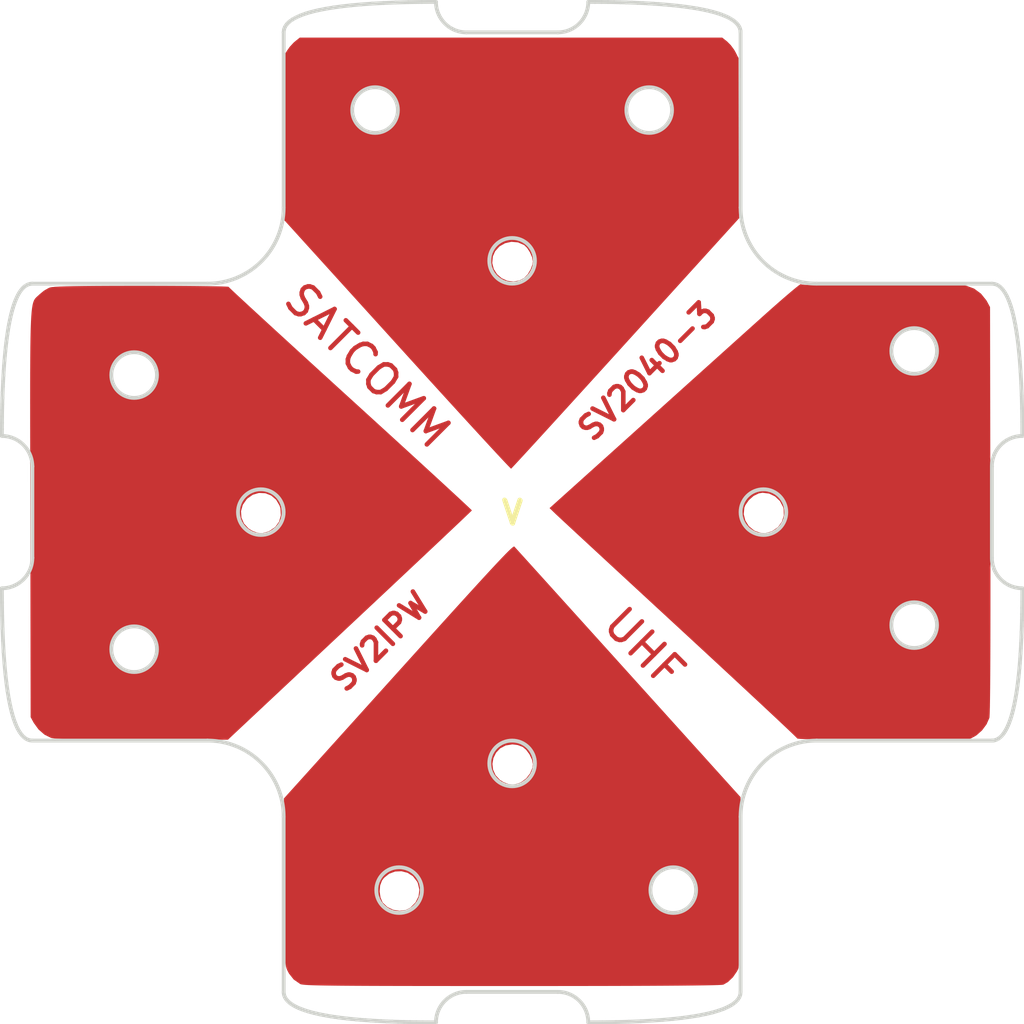
<source format=kicad_pcb>
(kicad_pcb (version 20240108) (generator "pcbnew") (generator_version "8.0")
  (layers (0 "F.Cu" signal) (31 "B.Cu" signal) (34 "B.Paste" user) (35 "F.Paste" user) (36 "B.SilkS" user "B.Silkscreen") (37 "F.SilkS" user "F.Silkscreen") (38 "B.Mask" user) (39 "F.Mask" user) (44 "Edge.Cuts" user))
  (net 0 "")
  (footprint "VeisLibrary:veisNew" (layer "F.Cu") (at 155.491254 91.069094)
    (property "Reference" "V" (at 0.2 0.1 0) (layer "F.SilkS") (effects (font (size 1.5 1.5) (thickness 0.3))))
    (property "Value" "LOGO" (hide yes))
    (fp_poly (pts (xy 14.279641 -30.856676) (xy 14.513817 -30.621638) (xy 14.735467 -30.321201) (xy 14.816666 -30.179342) (xy 15.028333 -29.760333) (xy 15.048627 -24.511) (xy 15.068922 -19.261667) (xy 7.618941 -11.049) (xy 6.706986 -10.044134) (xy 5.825899 -9.074156) (xy 4.982417 -8.146442) (xy 4.18328 -7.268367) (xy 3.435227 -6.447306) (xy 2.744997 -5.690635) (xy 2.119329 -5.005729) (xy 1.564961 -4.399963) (xy 1.088634 -3.880713) (xy 0.697086 -3.455355) (xy 0.397055 -3.131263) (xy 0.195282 -2.915813) (xy 0.098506 -2.81638) (xy 0.091069 -2.810308) (xy 0.025763 -2.868678) (xy -0.146355 -3.045366) (xy -0.418562 -3.333056) (xy -0.784138 -3.724432) (xy -1.23636 -4.212177) (xy -1.768506 -4.788977) (xy -2.373855 -5.447514) (xy -3.045684 -6.180474) (xy -3.777271 -6.980539) (xy -4.561895 -7.840394) (xy -5.392834 -8.752723) (xy -6.263366 -9.71021) (xy -7.166769 -10.705538) (xy -7.447626 -11.015311) (xy -12.250343 -16.313841) (xy -1.145998 -16.313841) (xy -1.045922 -15.918222) (xy -0.831127 -15.580446) (xy -0.528252 -15.318836) (xy -0.163938 -15.151715) (xy 0.235173 -15.097408) (xy 0.642442 -15.174238) (xy 0.948409 -15.336826) (xy 1.176837 -15.571649) (xy 1.373178 -15.897055) (xy 1.497993 -16.238603) (xy 1.52214 -16.419769) (xy 1.468135 -16.699307) (xy 1.327265 -17.020124) (xy 1.137612 -17.310625) (xy 0.9533 -17.489225) (xy 0.541325 -17.669484) (xy 0.109581 -17.706783) (xy -0.307284 -17.613585) (xy -0.674624 -17.402352) (xy -0.95779 -17.085547) (xy -1.104712 -16.748978) (xy -1.145998 -16.313841) (xy -12.250343 -16.313841) (xy -14.908432 -19.246341) (xy -14.883716 -24.54567) (xy -14.876456 -26.102298) (xy -10.300002 -26.102298) (xy -10.192162 -25.704736) (xy -9.965469 -25.346618) (xy -9.613705 -25.05509) (xy -9.446989 -24.96789) (xy -8.979186 -24.828031) (xy -8.526111 -24.850508) (xy -8.153535 -24.984799) (xy -7.784591 -25.248261) (xy -7.566701 -25.538074) (xy -7.381459 -25.998363) (xy -7.358666 -26.293167) (xy 7.704666 -26.293167) (xy 7.762037 -25.851689) (xy 7.948949 -25.477513) (xy 8.183941 -25.214355) (xy 8.493154 -24.975082) (xy 8.817742 -24.855117) (xy 9.221772 -24.832621) (xy 9.292999 -24.836292) (xy 9.644068 -24.889674) (xy 9.924777 -25.021247) (xy 10.054999 -25.116722) (xy 10.406655 -25.492885) (xy 10.61262 -25.928465) (xy 10.666505 -26.396402) (xy 10.561927 -26.869635) (xy 10.500583 -27.00491) (xy 10.223752 -27.391887) (xy 9.87514 -27.648358) (xy 9.481905 -27.781237) (xy 9.071207 -27.797437) (xy 8.670207 -27.703872) (xy 8.306064 -27.507457) (xy 8.005937 -27.215105) (xy 7.796987 -26.83373) (xy 7.706373 -26.370246) (xy 7.704666 -26.293167) (xy -7.358666 -26.293167) (xy -7.345991 -26.457113) (xy -7.445727 -26.887638) (xy -7.666098 -27.263254) (xy -7.992535 -27.557277) (xy -8.410468 -27.743022) (xy -8.799324 -27.795705) (xy -9.274029 -27.731586) (xy -9.667188 -27.544024) (xy -9.972582 -27.260166) (xy -10.183994 -26.907161) (xy -10.295207 -26.512155) (xy -10.300002 -26.102298) (xy -14.876456 -26.102298) (xy -14.859 -29.845) (xy -14.647334 -30.218432) (xy -14.444597 -30.507857) (xy -14.192659 -30.781528) (xy -14.110308 -30.853432) (xy -13.784949 -31.115) (xy 0.084666 -31.115) (xy 13.954282 -31.115)) (fill solid) (layer "F.Cu"))
    (fp_poly (pts (xy 19.112324 -14.926026) (xy 19.165205 -14.905095) (xy 19.314322 -14.888088) (xy 19.568312 -14.874923) (xy 19.935806 -14.865519) (xy 20.425441 -14.859795) (xy 21.04585 -14.857669) (xy 21.805668 -14.85906) (xy 22.713528 -14.863888) (xy 23.778065 -14.87207) (xy 24.325509 -14.876964) (xy 25.500464 -14.886842) (xy 26.515798 -14.893095) (xy 27.381188 -14.895635) (xy 28.106309 -14.894371) (xy 28.700839 -14.889215) (xy 29.174452 -14.880077) (xy 29.536826 -14.866868) (xy 29.797635 -14.849499) (xy 29.966557 -14.827879) (xy 29.982305 -14.824745) (xy 30.492681 -14.634366) (xy 30.94346 -14.304399) (xy 31.298077 -13.863016) (xy 31.350753 -13.770403) (xy 31.538333 -13.419667) (xy 31.560535 -0.097561) (xy 31.563396 1.934479) (xy 31.564919 3.79842) (xy 31.565099 5.495492) (xy 31.56393 7.026925) (xy 31.561405 8.393949) (xy 31.55752 9.597793) (xy 31.552267 10.639688) (xy 31.545641 11.520862) (xy 31.537637 12.242545) (xy 31.528248 12.805968) (xy 31.517468 13.21236) (xy 31.505291 13.46295) (xy 31.494731 13.551379) (xy 31.310549 13.972375) (xy 31.012154 14.374102) (xy 30.649384 14.695332) (xy 30.482009 14.7955) (xy 30.105453 14.986) (xy 24.49306 14.986) (xy 23.336975 14.9848) (xy 22.298541 14.981263) (xy 21.38451 14.975488) (xy 20.601632 14.96757) (xy 19.956657 14.957608) (xy 19.456335 14.945698) (xy 19.107418 14.931936) (xy 18.916656 14.916421) (xy 18.880666 14.905357) (xy 18.819624 14.838915) (xy 18.641477 14.664746) (xy 18.353692 14.389819) (xy 17.963735 14.021104) (xy 17.479074 13.565571) (xy 16.907175 13.03019) (xy 16.255507 12.421931) (xy 15.531535 11.747763) (xy 14.742726 11.014656) (xy 13.896549 10.229581) (xy 13.000469 9.399506) (xy 12.061954 8.531403) (xy 11.1125 7.654419) (xy 11.083424 7.627577) (xy 25.099248 7.627577) (xy 25.143055 7.863065) (xy 25.342645 8.316417) (xy 25.652292 8.666599) (xy 26.042544 8.899991) (xy 26.483951 9.002977) (xy 26.94706 8.961937) (xy 27.262666 8.843133) (xy 27.62843 8.572868) (xy 27.899813 8.202902) (xy 28.057382 7.776027) (xy 28.081701 7.335039) (xy 28.040301 7.130797) (xy 27.825904 6.667905) (xy 27.494244 6.325945) (xy 27.226988 6.171889) (xy 26.764631 6.041577) (xy 26.315239 6.056346) (xy 25.902712 6.196802) (xy 25.55095 6.443548) (xy 25.283852 6.777189) (xy 25.125318 7.178331) (xy 25.099248 7.627577) (xy 11.083424 7.627577) (xy 10.132306 6.749529) (xy 9.182097 5.872055) (xy 8.269804 5.029332) (xy 7.403355 4.228699) (xy 6.590682 3.47749) (xy 5.839713 2.783043) (xy 5.158379 2.152693) (xy 4.55461 1.593777) (xy 4.036335 1.113631) (xy 3.611484 0.719592) (xy 3.287988 0.418995) (xy 3.073776 0.219178) (xy 3.028076 0.176027) (xy 15.366102 0.176027) (xy 15.4706 0.593511) (xy 15.700038 0.960678) (xy 16.034181 1.234265) (xy 16.120917 1.278138) (xy 16.486554 1.406231) (xy 16.810295 1.416749) (xy 17.16614 1.309359) (xy 17.249084 1.273063) (xy 17.611305 1.023573) (xy 17.866681 0.673785) (xy 17.99718 0.263871) (xy 17.984768 -0.165999) (xy 17.951128 -0.290894) (xy 17.740805 -0.686284) (xy 17.421636 -0.988284) (xy 17.030496 -1.176068) (xy 16.604257 -1.228811) (xy 16.35886 -1.190233) (xy 16.018022 -1.02548) (xy 15.704167 -0.748658) (xy 15.47275 -0.414619) (xy 15.406784 -0.24851) (xy 15.366102 0.176027) (xy 3.028076 0.176027) (xy 2.980325 0.13094) (xy 2.616316 -0.222245) (xy 8.355031 -5.381623) (xy 9.265427 -6.200108) (xy 10.190653 -7.031918) (xy 11.115961 -7.863794) (xy 12.026602 -8.682476) (xy 12.907828 -9.474707) (xy 13.744891 -10.227226) (xy 14.23633 -10.669026) (xy 25.114622 -10.669026) (xy 25.139065 -10.184694) (xy 25.152947 -10.125152) (xy 25.312662 -9.753367) (xy 25.574325 -9.414162) (xy 25.891889 -9.159064) (xy 26.100804 -9.064463) (xy 26.507129 -9.010777) (xy 26.951013 -9.060887) (xy 27.345775 -9.203527) (xy 27.396388 -9.232821) (xy 27.746072 -9.538184) (xy 27.969356 -9.920874) (xy 28.067753 -10.347257) (xy 28.042773 -10.783697) (xy 27.895927 -11.196559) (xy 27.628726 -11.552209) (xy 27.281123 -11.798345) (xy 26.795838 -11.96232) (xy 26.330674 -11.958817) (xy 25.893526 -11.789092) (xy 25.559372 -11.524628) (xy 25.25516 -11.11717) (xy 25.114622 -10.669026) (xy 14.23633 -10.669026) (xy 14.523041 -10.926777) (xy 15.227532 -11.560098) (xy 15.843613 -12.113933) (xy 16.356538 -12.575022) (xy 16.586854 -12.782055) (xy 17.133352 -13.270238) (xy 17.640056 -13.716967) (xy 18.09345 -14.110771) (xy 18.480017 -14.440174) (xy 18.786242 -14.693703) (xy 18.99861 -14.859883) (xy 19.103603 -14.92724)) (fill solid) (layer "F.Cu"))
    (fp_poly (pts (xy 0.302808 2.299801) (xy 0.372344 2.375544) (xy 0.548494 2.569513) (xy 0.824465 2.874187) (xy 1.193462 3.282044) (xy 1.648692 3.785564) (xy 2.18336 4.377224) (xy 2.790671 5.049505) (xy 3.463833 5.794884) (xy 4.196051 6.605841) (xy 4.98053 7.474855) (xy 5.810477 8.394404) (xy 6.679098 9.356967) (xy 7.579599 10.355024) (xy 7.785571 10.583333) (xy 15.156414 18.753667) (xy 15.134707 24.299333) (xy 15.130294 25.403991) (xy 15.126051 26.352142) (xy 15.121534 27.156613) (xy 15.116295 27.83023) (xy 15.109891 28.385818) (xy 15.101874 28.836204) (xy 15.0918 29.194213) (xy 15.079223 29.472671) (xy 15.063697 29.684404) (xy 15.044776 29.842239) (xy 15.022015 29.959001) (xy 14.994968 30.047516) (xy 14.96319 30.12061) (xy 14.930254 30.183667) (xy 14.656571 30.583369) (xy 14.327135 30.897205) (xy 14.027988 31.06728) (xy 13.923338 31.080538) (xy 13.680886 31.092673) (xy 13.298113 31.103702) (xy 12.772499 31.113641) (xy 12.101525 31.122507) (xy 11.282672 31.130315) (xy 10.313419 31.137082) (xy 9.191249 31.142824) (xy 7.913641 31.147558) (xy 6.478076 31.151299) (xy 4.882036 31.154064) (xy 3.122999 31.155869) (xy 1.198448 31.156731) (xy 0.142654 31.156812) (xy -1.65137 31.15662) (xy -3.283738 31.156141) (xy -4.762125 31.1553) (xy -6.094206 31.154025) (xy -7.287658 31.152242) (xy -8.350158 31.149879) (xy -9.28938 31.146861) (xy -10.113001 31.143115) (xy -10.828698 31.13857) (xy -11.444146 31.13315) (xy -11.967021 31.126783) (xy -12.404999 31.119395) (xy -12.765756 31.110914) (xy -13.056969 31.101267) (xy -13.286312 31.090379) (xy -13.461464 31.078178) (xy -13.590098 31.06459) (xy -13.679893 31.049543) (xy -13.738522 31.032963) (xy -13.758334 31.024187) (xy -14.180817 30.731608) (xy -14.492817 30.336856) (xy -14.595335 30.141333) (xy -14.631272 30.061177) (xy -14.662119 29.976476) (xy -14.688327 29.87419) (xy -14.710348 29.741281) (xy -14.728635 29.564706) (xy -14.743638 29.331427) (xy -14.75581 29.028404) (xy -14.765603 28.642596) (xy -14.773468 28.160963) (xy -14.779858 27.570466) (xy -14.785224 26.858065) (xy -14.790018 26.010719) (xy -14.794693 25.015389) (xy -14.794993 24.946564) (xy -8.53757 24.946564) (xy -8.484196 25.338259) (xy -8.34864 25.6583) (xy -8.335517 25.677023) (xy -8.034736 25.964773) (xy -7.653789 26.147974) (xy -7.238758 26.217989) (xy -6.835729 26.166176) (xy -6.530828 26.015358) (xy -6.186754 25.670767) (xy -5.984598 25.267089) (xy -5.931812 24.832924) (xy -5.933599 24.825434) (xy 9.271628 24.825434) (xy 9.312766 25.274267) (xy 9.488952 25.690321) (xy 9.793315 26.040583) (xy 10.095674 26.237343) (xy 10.575963 26.391293) (xy 11.049941 26.380631) (xy 11.469829 26.222818) (xy 11.855867 25.920503) (xy 12.118145 25.539833) (xy 12.25017 25.112821) (xy 12.245451 24.671476) (xy 12.097495 24.247811) (xy 11.921255 23.996865) (xy 11.584977 23.683402) (xy 11.228681 23.510543) (xy 10.798164 23.453046) (xy 10.752666 23.452667) (xy 10.285614 23.508662) (xy 9.90859 23.689341) (xy 9.621978 23.961475) (xy 9.372408 24.376833) (xy 9.271628 24.825434) (xy -5.933599 24.825434) (xy -6.035846 24.396876) (xy -6.083437 24.298012) (xy -6.354441 23.948962) (xy -6.708466 23.722382) (xy -7.110602 23.619225) (xy -7.525941 23.640446) (xy -7.919572 23.786998) (xy -8.256586 24.059835) (xy -8.387443 24.235059) (xy -8.50618 24.554927) (xy -8.53757 24.946564) (xy -14.794993 24.946564) (xy -14.797815 24.29811) (xy -14.821296 18.835886) (xy -12.775925 16.567464) (xy -1.134201 16.567464) (xy -1.089886 16.953363) (xy -0.927783 17.314713) (xy -0.641127 17.622304) (xy -0.400097 17.772109) (xy -0.042618 17.91187) (xy 0.270574 17.932478) (xy 0.607174 17.833164) (xy 0.765226 17.758833) (xy 1.082444 17.522817) (xy 1.337623 17.191553) (xy 1.493522 16.82218) (xy 1.524 16.594667) (xy 1.460907 16.284906) (xy 1.297902 15.945657) (xy 1.074392 15.643676) (xy 0.853299 15.458488) (xy 0.524617 15.335301) (xy 0.174259 15.292102) (xy -0.268889 15.36259) (xy -0.628073 15.554581) (xy -0.89653 15.838863) (xy -1.067495 16.186228) (xy -1.134201 16.567464) (xy -12.775925 16.567464) (xy -7.315205 10.511244) (xy -6.21715 9.293926) (xy -5.226746 8.197073) (xy -4.338703 7.214981) (xy -3.547731 6.34195) (xy -2.84854 5.572277) (xy -2.23584 4.900259) (xy -1.704341 4.320194) (xy -1.248752 3.826381) (xy -0.863783 3.413117) (xy -0.544145 3.074699) (xy -0.284547 2.805425) (xy -0.079699 2.599594) (xy 0.07569 2.451503) (xy 0.186908 2.35545) (xy 0.259247 2.305732) (xy 0.297996 2.296648)) (fill solid) (layer "F.Cu"))
    (fp_poly (pts (xy -23.17732 -14.815724) (xy -22.26476 -14.813) (xy -21.417497 -14.808654) (xy -20.649368 -14.802845) (xy -19.974205 -14.79573) (xy -19.405843 -14.787469) (xy -18.958116 -14.778219) (xy -18.64486 -14.768138) (xy -18.479907 -14.757387) (xy -18.457334 -14.751582) (xy -18.395915 -14.687593) (xy -18.216608 -14.516541) (xy -17.926841 -14.245248) (xy -17.53404 -13.880537) (xy -17.04563 -13.429232) (xy -16.469039 -12.898156) (xy -15.811694 -12.294133) (xy -15.08102 -11.623985) (xy -14.284444 -10.894535) (xy -13.429393 -10.112607) (xy -12.523292 -9.285024) (xy -11.57357 -8.418609) (xy -10.587651 -7.520186) (xy -10.463089 -7.406749) (xy -9.473473 -6.50505) (xy -8.51933 -5.634635) (xy -7.60807 -4.802315) (xy -6.747101 -4.0149) (xy -5.943833 -3.279203) (xy -5.205674 -2.602033) (xy -4.540035 -1.990204) (xy -3.954325 -1.450525) (xy -3.455953 -0.989808) (xy -3.052327 -0.614864) (xy -2.750858 -0.332505) (xy -2.558954 -0.149542) (xy -2.484025 -0.072786) (xy -2.483256 -0.070988) (xy -2.545648 -0.007277) (xy -2.724366 0.165288) (xy -3.012119 0.439836) (xy -3.401617 0.809494) (xy -3.885569 1.267389) (xy -4.456685 1.806648) (xy -5.107674 2.4204) (xy -5.831246 3.101772) (xy -6.62011 3.843891) (xy -7.466976 4.639885) (xy -8.364553 5.482881) (xy -9.305551 6.366007) (xy -10.282679 7.28239) (xy -10.498667 7.484865) (xy -18.499667 14.984707) (xy -24.13 14.979689) (xy -25.29508 14.978031) (xy -26.302241 14.975127) (xy -27.162895 14.970748) (xy -27.888455 14.964664) (xy -28.490331 14.956646) (xy -28.979937 14.946463) (xy -29.368683 14.933886) (xy -29.667981 14.918685) (xy -29.889244 14.900632) (xy -30.043883 14.879495) (xy -30.131557 14.858905) (xy -30.551331 14.649253) (xy -30.93943 14.308356) (xy -31.253526 13.873967) (xy -31.270586 13.843) (xy -31.453667 13.504333) (xy -31.461157 9.022505) (xy -26.134313 9.022505) (xy -26.084041 9.483108) (xy -25.878848 9.926886) (xy -25.761776 10.08274) (xy -25.40463 10.383514) (xy -24.973624 10.549689) (xy -24.505994 10.574466) (xy -24.038974 10.451042) (xy -23.957389 10.412327) (xy -23.571329 10.125254) (xy -23.305772 9.733294) (xy -23.179132 9.266658) (xy -23.171024 9.122124) (xy -23.238103 8.612606) (xy -23.442034 8.196696) (xy -23.771164 7.886634) (xy -24.213843 7.694659) (xy -24.584664 7.637115) (xy -24.905739 7.629585) (xy -25.129308 7.664931) (xy -25.324774 7.757489) (xy -25.397986 7.805097) (xy -25.787047 8.156965) (xy -26.033902 8.571612) (xy -26.134313 9.022505) (xy -31.461157 9.022505) (xy -31.475875 0.215481) (xy -31.476296 -0.020622) (xy -17.641235 -0.020622) (xy -17.614539 0.397318) (xy -17.450494 0.784762) (xy -17.15465 1.108793) (xy -16.910097 1.262109) (xy -16.553896 1.400923) (xy -16.238204 1.4217) (xy -15.892014 1.325125) (xy -15.770916 1.273063) (xy -15.396842 1.018002) (xy -15.143809 0.665345) (xy -15.024955 0.248001) (xy -15.05342 -0.201123) (xy -15.109487 -0.383582) (xy -15.339004 -0.774906) (xy -15.663288 -1.048793) (xy -16.048992 -1.198533) (xy -16.462769 -1.217418) (xy -16.871272 -1.09874) (xy -17.241155 -0.835789) (xy -17.26039 -0.816313) (xy -17.525034 -0.436139) (xy -17.641235 -0.020622) (xy -31.476296 -0.020622) (xy -31.479074 -1.578731) (xy -31.482177 -3.211508) (xy -31.484854 -4.690747) (xy -31.486774 -6.024343) (xy -31.487607 -7.220196) (xy -31.487023 -8.286202) (xy -31.485953 -8.719554) (xy -26.140166 -8.719554) (xy -26.00844 -8.29341) (xy -25.807546 -7.995955) (xy -25.404257 -7.64317) (xy -24.961625 -7.450359) (xy -24.493185 -7.420504) (xy -24.012471 -7.556585) (xy -23.949586 -7.586718) (xy -23.588543 -7.856936) (xy -23.326123 -8.232434) (xy -23.182283 -8.668712) (xy -23.176975 -9.12127) (xy -23.204158 -9.249057) (xy -23.380662 -9.695953) (xy -23.649124 -10.021375) (xy -23.987989 -10.2374) (xy -24.443685 -10.388753) (xy -24.881521 -10.380698) (xy -25.317877 -10.2235) (xy -25.711631 -9.942195) (xy -25.984662 -9.57624) (xy -26.129874 -9.157929) (xy -26.140166 -8.719554) (xy -31.485953 -8.719554) (xy -31.484693 -9.230259) (xy -31.480285 -10.060263) (xy -31.473471 -10.784112) (xy -31.46392 -11.409704) (xy -31.451302 -11.944935) (xy -31.435287 -12.397702) (xy -31.415544 -12.775904) (xy -31.391745 -13.087437) (xy -31.363558 -13.340199) (xy -31.330654 -13.542087) (xy -31.292702 -13.700998) (xy -31.249373 -13.824829) (xy -31.200337 -13.921478) (xy -31.145263 -13.998842) (xy -31.083821 -14.064818) (xy -31.015682 -14.127304) (xy -30.940515 -14.194196) (xy -30.870871 -14.260399) (xy -30.590097 -14.492943) (xy -30.290916 -14.667603) (xy -30.173844 -14.712541) (xy -30.053809 -14.734715) (xy -29.846481 -14.753849) (xy -29.542581 -14.770101) (xy -29.132829 -14.783632) (xy -28.607945 -14.794602) (xy -27.958649 -14.803171) (xy -27.175663 -14.8095) (xy -26.249705 -14.813749) (xy -25.171496 -14.816078) (xy -24.141344 -14.816667)) (fill solid) (layer "F.Cu"))
  )
  (footprint "VeisLibrary:veisNewREMOVEsoldermask" (layer "F.Cu") (at 155.45 91.03)
    (property "Reference" "V" (at 0.2 0.1 0) (layer "F.SilkS") (effects (font (size 1.5 1.5) (thickness 0.3))))
    (property "Value" "LOGO" (hide yes))
  )
  (gr_curve (pts (xy 141.143827 123.400123) (xy 141.177719 123.423848) (xy 141.212343 123.446519) (xy 141.247531 123.468272)) (stroke (width 0.25)) (layer "Edge.Cuts"))
  (gr_curve (pts (xy 140.669753 122.783827) (xy 140.67643 122.812253) (xy 140.684647 122.840294) (xy 140.694444 122.867778)) (stroke (width 0.25)) (layer "Edge.Cuts"))
  (gr_arc (start 158.65 122.61) (mid 160.064214 123.195786) (end 160.65 124.61) (stroke (width 0.25)) (layer "Edge.Cuts"))
  (gr_circle (center 164.65 64.711613) (end 166.15 64.711613) (stroke (width 0.25)) (fill none) (layer "Edge.Cuts"))
  (gr_curve (pts (xy 170.627324 122.795941) (xy 170.641331 122.735243) (xy 170.645665 122.672621) (xy 170.65 122.61)) (stroke (width 0.25)) (layer "Edge.Cuts"))
  (gr_curve (pts (xy 123.964059 106.087324) (xy 124.024757 106.101331) (xy 124.087379 106.105665) (xy 124.15 106.11)) (stroke (width 0.25)) (layer "Edge.Cuts"))
  (gr_curve (pts (xy 149.720295 57.614535) (xy 149.425489 57.617278) (xy 149.130697 57.621882) (xy 148.835941 57.628141)) (stroke (width 0.25)) (layer "Edge.Cuts"))
  (gr_curve (pts (xy 123.099136 77.077901) (xy 123.078164 77.125257) (xy 123.058124 77.173024) (xy 123.038889 77.221111)) (stroke (width 0.25)) (layer "Edge.Cuts"))
  (gr_curve (pts (xy 162.464059 124.591859) (xy 162.743768 124.58592) (xy 163.023445 124.578491) (xy 163.303061 124.569184)) (stroke (width 0.25)) (layer "Edge.Cuts"))
  (gr_curve (pts (xy 123.810247 76.189012) (xy 123.782816 76.202398) (xy 123.756127 76.217284) (xy 123.730247 76.233457)) (stroke (width 0.25)) (layer "Edge.Cuts"))
  (gr_curve (pts (xy 142.07716 123.835679) (xy 142.134522 123.854575) (xy 142.192154 123.872646) (xy 142.25 123.89)) (stroke (width 0.25)) (layer "Edge.Cuts"))
  (gr_curve (pts (xy 146.454989 57.723379) (xy 146.220538 57.738031) (xy 145.986201 57.754533) (xy 145.752041 57.773265)) (stroke (width 0.25)) (layer "Edge.Cuts"))
  (gr_line (start 170.65 122.61) (end 170.65 111.11) (stroke (width 0.25)) (layer "Edge.Cuts"))
  (gr_curve (pts (xy 147.996939 57.650816) (xy 147.732322 57.659624) (xy 147.46776 57.670114) (xy 147.203288 57.682562)) (stroke (width 0.25)) (layer "Edge.Cuts"))
  (gr_curve (pts (xy 188.074444 105.398889) (xy 188.0968 105.358243) (xy 188.118154 105.317049) (xy 188.138642 105.275432)) (stroke (width 0.25)) (layer "Edge.Cuts"))
  (gr_curve (pts (xy 147.780864 124.561605) (xy 147.9076 124.566274) (xy 148.03435 124.570544) (xy 148.161111 124.574444)) (stroke (width 0.25)) (layer "Edge.Cuts"))
  (gr_curve (pts (xy 167.56358 58.005062) (xy 167.479719 57.991644) (xy 167.395763 57.978825) (xy 167.311728 57.966543)) (stroke (width 0.25)) (layer "Edge.Cuts"))
  (gr_arc (start 170.65 111.11) (mid 172.114466 107.574466) (end 175.65 106.11) (stroke (width 0.25)) (layer "Edge.Cuts"))
  (gr_curve (pts (xy 166.205556 57.832222) (xy 166.105191 57.822186) (xy 166.004777 57.812654) (xy 165.904321 57.80358)) (stroke (width 0.25)) (layer "Edge.Cuts"))
  (gr_curve (pts (xy 188.532716 104.134691) (xy 188.549546 104.067371) (xy 188.565649 103.99987) (xy 188.581111 103.932222)) (stroke (width 0.25)) (layer "Edge.Cuts"))
  (gr_curve (pts (xy 123.161358 76.944568) (xy 123.139694 76.988574) (xy 123.118997 77.033053) (xy 123.099136 77.077901)) (stroke (width 0.25)) (layer "Edge.Cuts"))
  (gr_curve (pts (xy 189.131859 84.295941) (xy 189.12592 84.016232) (xy 189.118491 83.736555) (xy 189.109184 83.456939)) (stroke (width 0.25)) (layer "Edge.Cuts"))
  (gr_curve (pts (xy 124.15 76.11) (xy 124.120636 76.110936) (xy 124.091273 76.111873) (xy 124.062099 76.114938)) (stroke (width 0.25)) (layer "Edge.Cuts"))
  (gr_curve (pts (xy 160.65 124.61) (xy 160.959907 124.609174) (xy 161.269814 124.608348) (xy 161.579705 124.605465)) (stroke (width 0.25)) (layer "Edge.Cuts"))
  (gr_curve (pts (xy 167.384694 124.242653) (xy 167.558955 124.216515) (xy 167.732865 124.188006) (xy 167.906236 124.156485)) (stroke (width 0.25)) (layer "Edge.Cuts"))
  (gr_curve (pts (xy 122.767284 78.085309) (xy 122.750454 78.152629) (xy 122.734351 78.22013) (xy 122.718889 78.287778)) (stroke (width 0.25)) (layer "Edge.Cuts"))
  (gr_curve (pts (xy 188.83 102.51) (xy 188.842062 102.419535) (xy 188.853566 102.328995) (xy 188.864568 102.238395)) (stroke (width 0.25)) (layer "Edge.Cuts"))
  (gr_curve (pts (xy 142.101247 58.37644) (xy 141.986627 58.413689) (xy 141.873022 58.454127) (xy 141.761111 58.498889)) (stroke (width 0.25)) (layer "Edge.Cuts"))
  (gr_curve (pts (xy 163.519136 57.658395) (xy 163.3924 57.653726) (xy 163.26565 57.649456) (xy 163.138889 57.645556)) (stroke (width 0.25)) (layer "Edge.Cuts"))
  (gr_curve (pts (xy 122.185556 83.621111) (xy 122.181555 83.751141) (xy 122.177942 83.881183) (xy 122.174691 84.011235)) (stroke (width 0.25)) (layer "Edge.Cuts"))
  (gr_curve (pts (xy 123.460658 105.747188) (xy 123.509172 105.804291) (xy 123.561805 105.858059) (xy 123.619388 105.905918)) (stroke (width 0.25)) (layer "Edge.Cuts"))
  (gr_arc (start 140.65 71.11) (mid 139.185534 74.645534) (end 135.650001 76.11) (stroke (width 0.25)) (layer "Edge.Cuts"))
  (gr_curve (pts (xy 161.579705 124.605465) (xy 161.874511 124.602722) (xy 162.169303 124.598118) (xy 162.464059 124.591859)) (stroke (width 0.25)) (layer "Edge.Cuts"))
  (gr_line (start 170.65 71.11) (end 170.65 59.61) (stroke (width 0.25)) (layer "Edge.Cuts"))
  (gr_curve (pts (xy 143.915306 57.977347) (xy 143.741045 58.003485) (xy 143.567135 58.031994) (xy 143.393764 58.063515)) (stroke (width 0.25)) (layer "Edge.Cuts"))
  (gr_curve (pts (xy 146.027778 124.467778) (xy 146.138035 124.475796) (xy 146.248325 124.483356) (xy 146.358642 124.490494)) (stroke (width 0.25)) (layer "Edge.Cuts"))
  (gr_curve (pts (xy 122.803061 104.273265) (xy 122.837574 104.402695) (xy 122.875037 104.531352) (xy 122.91644 104.658753)) (stroke (width 0.25)) (layer "Edge.Cuts"))
  (gr_curve (pts (xy 188.43 104.51) (xy 188.448206 104.449315) (xy 188.465621 104.388394) (xy 188.482346 104.327284)) (stroke (width 0.25)) (layer "Edge.Cuts"))
  (gr_circle (center 182.048387 98.529192) (end 183.548387 98.529192) (stroke (width 0.25)) (fill none) (layer "Edge.Cuts"))
  (gr_curve (pts (xy 150.65 57.61) (xy 150.340093 57.610826) (xy 150.030186 57.611652) (xy 149.720295 57.614535)) (stroke (width 0.25)) (layer "Edge.Cuts"))
  (gr_curve (pts (xy 141.216893 58.770998) (xy 141.145803 58.8165) (xy 141.077189 58.865962) (xy 141.012812 58.920658)) (stroke (width 0.25)) (layer "Edge.Cuts"))
  (gr_curve (pts (xy 189.125309 98.208765) (xy 189.128642 98.075441) (xy 189.131595 97.942106) (xy 189.134198 97.808765)) (stroke (width 0.25)) (layer "Edge.Cuts"))
  (gr_curve (pts (xy 170.083107 123.449002) (xy 170.154197 123.4035) (xy 170.222811 123.354038) (xy 170.287188 123.299342)) (stroke (width 0.25)) (layer "Edge.Cuts"))
  (gr_curve (pts (xy 188.138642 105.275432) (xy 188.160306 105.231426) (xy 188.181003 105.186947) (xy 188.200864 105.142099)) (stroke (width 0.25)) (layer "Edge.Cuts"))
  (gr_curve (pts (xy 141.761111 123.721111) (xy 141.811809 123.74139) (xy 141.862863 123.760774) (xy 141.914198 123.779383)) (stroke (width 0.25)) (layer "Edge.Cuts"))
  (gr_curve (pts (xy 144.25 124.29) (xy 144.340465 124.302062) (xy 144.431005 124.313566) (xy 144.521605 124.324568)) (stroke (width 0.25)) (layer "Edge.Cuts"))
  (gr_curve (pts (xy 164.600617 57.708765) (xy 164.483768 57.702088) (xy 164.366894 57.695845) (xy 164.25 57.69)) (stroke (width 0.25)) (layer "Edge.Cuts"))
  (gr_curve (pts (xy 188.859751 79.9422) (xy 188.836455 79.752919) (xy 188.810942 79.563907) (xy 188.782653 79.375306)) (stroke (width 0.25)) (layer "Edge.Cuts"))
  (gr_curve (pts (xy 170.333951 58.962099) (xy 170.306865 58.937045) (xy 170.27881 58.913048) (xy 170.25 58.89)) (stroke (width 0.25)) (layer "Edge.Cuts"))
  (gr_curve (pts (xy 147.05 124.53) (xy 147.170145 124.536007) (xy 147.290311 124.541593) (xy 147.410494 124.54679)) (stroke (width 0.25)) (layer "Edge.Cuts"))
  (gr_curve (pts (xy 142.917574 58.158753) (xy 142.773252 58.190502) (xy 142.629523 58.224986) (xy 142.486735 58.263061)) (stroke (width 0.25)) (layer "Edge.Cuts"))
  (gr_curve (pts (xy 123.170408 105.293673) (xy 123.213106 105.379078) (xy 123.259517 105.462676) (xy 123.310998 105.543107)) (stroke (width 0.25)) (layer "Edge.Cuts"))
  (gr_curve (pts (xy 140.854082 59.079388) (xy 140.810905 59.131336) (xy 140.772537 59.187314) (xy 140.740703 59.247188)) (stroke (width 0.25)) (layer "Edge.Cuts"))
  (gr_curve (pts (xy 187.489753 106.030988) (xy 187.517184 106.017602) (xy 187.543873 106.002716) (xy 187.569753 105.986543)) (stroke (width 0.25)) (layer "Edge.Cuts"))
  (gr_curve (pts (xy 188.983086 101.05321) (xy 188.991777 100.94625) (xy 188.999994 100.839252) (xy 189.007778 100.732222)) (stroke (width 0.25)) (layer "Edge.Cuts"))
  (gr_curve (pts (xy 189.15 86.11) (xy 189.149174 85.800093) (xy 189.148348 85.490186) (xy 189.145465 85.180295)) (stroke (width 0.25)) (layer "Edge.Cuts"))
  (gr_curve (pts (xy 149.361111 124.601111) (xy 149.501024 124.603107) (xy 149.640943 124.604735) (xy 149.780864 124.606049)) (stroke (width 0.25)) (layer "Edge.Cuts"))
  (gr_curve (pts (xy 188.793457 102.771728) (xy 188.806196 102.684565) (xy 188.818358 102.597317) (xy 188.83 102.51)) (stroke (width 0.25)) (layer "Edge.Cuts"))
  (gr_curve (pts (xy 168.382426 124.061247) (xy 168.526748 124.029498) (xy 168.670477 123.995014) (xy 168.813265 123.956939)) (stroke (width 0.25)) (layer "Edge.Cuts"))
  (gr_curve (pts (xy 187.680612 76.314082) (xy 187.628664 76.270905) (xy 187.572686 76.232537) (xy 187.512812 76.200703)) (stroke (width 0.25)) (layer "Edge.Cuts"))
  (gr_curve (pts (xy 122.47 79.71) (xy 122.457938 79.800465) (xy 122.446434 79.891005) (xy 122.435432 79.981605)) (stroke (width 0.25)) (layer "Edge.Cuts"))
  (gr_curve (pts (xy 189.149012 96.549506) (xy 189.149629 96.403005) (xy 189.149815 96.256503) (xy 189.15 96.11)) (stroke (width 0.25)) (layer "Edge.Cuts"))
  (gr_curve (pts (xy 166.205556 124.387778) (xy 166.409878 124.367346) (xy 166.613995 124.344834) (xy 166.8178 124.319751)) (stroke (width 0.25)) (layer "Edge.Cuts"))
  (gr_curve (pts (xy 122.23 82.51) (xy 122.223993 82.630145) (xy 122.218407 82.750311) (xy 122.21321 82.870494)) (stroke (width 0.25)) (layer "Edge.Cuts"))
  (gr_curve (pts (xy 187.797901 105.793951) (xy 187.822955 105.766865) (xy 187.846952 105.73881) (xy 187.87 105.71)) (stroke (width 0.25)) (layer "Edge.Cuts"))
  (gr_curve (pts (xy 122.154535 97.039705) (xy 122.157278 97.334511) (xy 122.161882 97.629303) (xy 122.168141 97.924059)) (stroke (width 0.25)) (layer "Edge.Cuts"))
  (gr_curve (pts (xy 147.203288 57.682562) (xy 146.953758 57.694308) (xy 146.704309 57.707797) (xy 146.454989 57.723379)) (stroke (width 0.25)) (layer "Edge.Cuts"))
  (gr_curve (pts (xy 164.25 57.69) (xy 164.129855 57.683993) (xy 164.009689 57.678407) (xy 163.889506 57.67321)) (stroke (width 0.25)) (layer "Edge.Cuts"))
  (gr_curve (pts (xy 122.248765 82.159383) (xy 122.242088 82.276232) (xy 122.235845 82.393106) (xy 122.23 82.51)) (stroke (width 0.25)) (layer "Edge.Cuts"))
  (gr_curve (pts (xy 166.496914 57.86284) (xy 166.399848 57.852129) (xy 166.302725 57.841939) (xy 166.205556 57.832222)) (stroke (width 0.25)) (layer "Edge.Cuts"))
  (gr_line (start 124.15 106.11) (end 135.65 106.11) (stroke (width 0.25)) (layer "Edge.Cuts"))
  (gr_curve (pts (xy 140.966049 123.257901) (xy 140.993135 123.282955) (xy 141.02119 123.306952) (xy 141.05 123.33)) (stroke (width 0.25)) (layer "Edge.Cuts"))
  (gr_curve (pts (xy 123.502099 76.426049) (xy 123.477045 76.453135) (xy 123.453048 76.48119) (xy 123.43 76.51)) (stroke (width 0.25)) (layer "Edge.Cuts"))
  (gr_curve (pts (xy 144.4822 57.900249) (xy 144.292919 57.923545) (xy 144.103907 57.949058) (xy 143.915306 57.977347)) (stroke (width 0.25)) (layer "Edge.Cuts"))
  (gr_curve (pts (xy 122.165802 84.411235) (xy 122.163136 84.547854) (xy 122.160838 84.68448) (xy 122.158889 84.821111)) (stroke (width 0.25)) (layer "Edge.Cuts"))
  (gr_curve (pts (xy 188.375679 104.68284) (xy 188.394575 104.625478) (xy 188.412646 104.567846) (xy 188.43 104.51)) (stroke (width 0.25)) (layer "Edge.Cuts"))
  (gr_curve (pts (xy 188.986735 81.212041) (xy 188.969184 80.99266) (xy 188.949676 80.773435) (xy 188.927778 80.554444)) (stroke (width 0.25)) (layer "Edge.Cuts"))
  (gr_curve (pts (xy 146.699383 124.511235) (xy 146.816232 124.517912) (xy 146.933106 124.524155) (xy 147.05 124.53)) (stroke (width 0.25)) (layer "Edge.Cuts"))
  (gr_curve (pts (xy 122.87 77.71) (xy 122.851794 77.770685) (xy 122.834379 77.831606) (xy 122.817654 77.892716)) (stroke (width 0.25)) (layer "Edge.Cuts"))
  (gr_curve (pts (xy 165.59321 57.776914) (xy 165.48625 57.768223) (xy 165.379252 57.760006) (xy 165.272222 57.752222)) (stroke (width 0.25)) (layer "Edge.Cuts"))
  (gr_curve (pts (xy 142.827778 124.041111) (xy 142.898411 124.057256) (xy 142.969203 124.072702) (xy 143.040123 124.087531)) (stroke (width 0.25)) (layer "Edge.Cuts"))
  (gr_curve (pts (xy 161.089506 57.610988) (xy 160.943005 57.610371) (xy 160.796503 57.610185) (xy 160.65 57.61)) (stroke (width 0.25)) (layer "Edge.Cuts"))
  (gr_curve (pts (xy 167.805556 58.045556) (xy 167.724999 58.031458) (xy 167.644334 58.017982) (xy 167.56358 58.005062)) (stroke (width 0.25)) (layer "Edge.Cuts"))
  (gr_curve (pts (xy 122.198395 83.240864) (xy 122.193726 83.3676) (xy 122.189456 83.49435) (xy 122.185556 83.621111)) (stroke (width 0.25)) (layer "Edge.Cuts"))
  (gr_curve (pts (xy 162.348765 57.625802) (xy 162.212146 57.623136) (xy 162.07552 57.620838) (xy 161.938889 57.618889)) (stroke (width 0.25)) (layer "Edge.Cuts"))
  (gr_circle (center 148.230808 115.927579) (end 149.730808 115.927579) (stroke (width 0.25)) (fill none) (layer "Edge.Cuts"))
  (gr_curve (pts (xy 122.440249 102.2778) (xy 122.463545 102.467081) (xy 122.489058 102.656093) (xy 122.517347 102.844694)) (stroke (width 0.25)) (layer "Edge.Cuts"))
  (gr_curve (pts (xy 123.787188 106.019297) (xy 123.843215 106.049086) (xy 123.902653 106.073155) (xy 123.964059 106.087324)) (stroke (width 0.25)) (layer "Edge.Cuts"))
  (gr_curve (pts (xy 140.694444 122.867778) (xy 140.704405 122.89572) (xy 140.716 122.923087) (xy 140.729012 122.949753)) (stroke (width 0.25)) (layer "Edge.Cuts"))
  (gr_line (start 187.15 88.11) (end 187.15 94.11) (stroke (width 0.25)) (layer "Edge.Cuts"))
  (gr_curve (pts (xy 123.038889 77.221111) (xy 123.01861 77.271809) (xy 122.999226 77.322863) (xy 122.980617 77.374198)) (stroke (width 0.25)) (layer "Edge.Cuts"))
  (gr_curve (pts (xy 168.674691 58.227284) (xy 168.607371 58.210454) (xy 168.53987 58.194351) (xy 168.472222 58.178889)) (stroke (width 0.25)) (layer "Edge.Cuts"))
  (gr_curve (pts (xy 187.407778 106.065556) (xy 187.43572 106.055595) (xy 187.463087 106.044) (xy 187.489753 106.030988)) (stroke (width 0.25)) (layer "Edge.Cuts"))
  (gr_curve (pts (xy 143.262346 124.131975) (xy 143.339596 124.146754) (xy 143.41697 124.160886) (xy 143.494444 124.174444)) (stroke (width 0.25)) (layer "Edge.Cuts"))
  (gr_circle (center 139.15 91.11) (end 140.65 91.11) (stroke (width 0.25)) (fill none) (layer "Edge.Cuts"))
  (gr_circle (center 166.230808 115.927579) (end 167.730808 115.927579) (stroke (width 0.25)) (fill none) (layer "Edge.Cuts"))
  (gr_curve (pts (xy 189.030494 100.401358) (xy 189.037841 100.287805) (xy 189.044743 100.174223) (xy 189.051235 100.060617)) (stroke (width 0.25)) (layer "Edge.Cuts"))
  (gr_curve (pts (xy 122.174691 84.011235) (xy 122.171358 84.144559) (xy 122.168405 84.277894) (xy 122.165802 84.411235)) (stroke (width 0.25)) (layer "Edge.Cuts"))
  (gr_curve (pts (xy 142.486735 58.263061) (xy 142.357305 58.297574) (xy 142.228648 58.335037) (xy 142.101247 58.37644)) (stroke (width 0.25)) (layer "Edge.Cuts"))
  (gr_curve (pts (xy 165.904321 57.80358) (xy 165.800659 57.794217) (xy 165.696952 57.785343) (xy 165.59321 57.776914)) (stroke (width 0.25)) (layer "Edge.Cuts"))
  (gr_curve (pts (xy 122.672469 78.500123) (xy 122.657008 78.574066) (xy 122.642219 78.648149) (xy 122.628025 78.722346)) (stroke (width 0.25)) (layer "Edge.Cuts"))
  (gr_curve (pts (xy 150.210494 124.609012) (xy 150.356995 124.609629) (xy 150.503497 124.609815) (xy 150.65 124.61)) (stroke (width 0.25)) (layer "Edge.Cuts"))
  (gr_curve (pts (xy 142.432716 123.942346) (xy 142.496721 123.959863) (xy 142.560932 123.976622) (xy 142.625309 123.992716)) (stroke (width 0.25)) (layer "Edge.Cuts"))
  (gr_curve (pts (xy 188.754938 103.02358) (xy 188.768356 102.939719) (xy 188.781175 102.855763) (xy 188.793457 102.771728)) (stroke (width 0.25)) (layer "Edge.Cuts"))
  (gr_curve (pts (xy 123.43 76.51) (xy 123.405604 76.540495) (xy 123.382271 76.571835) (xy 123.359877 76.603827)) (stroke (width 0.25)) (layer "Edge.Cuts"))
  (gr_curve (pts (xy 123.619388 105.905918) (xy 123.671336 105.949095) (xy 123.727314 105.987463) (xy 123.787188 106.019297)) (stroke (width 0.25)) (layer "Edge.Cuts"))
  (gr_curve (pts (xy 167.311728 57.966543) (xy 167.224565 57.953804) (xy 167.137317 57.941642) (xy 167.05 57.93)) (stroke (width 0.25)) (layer "Edge.Cuts"))
  (gr_curve (pts (xy 141.247531 123.468272) (xy 141.284806 123.491314) (xy 141.322714 123.513326) (xy 141.361111 123.534444)) (stroke (width 0.25)) (layer "Edge.Cuts"))
  (gr_curve (pts (xy 123.576173 76.351975) (xy 123.550481 76.375639) (xy 123.525816 76.400409) (xy 123.502099 76.426049)) (stroke (width 0.25)) (layer "Edge.Cuts"))
  (gr_curve (pts (xy 149.780864 124.606049) (xy 149.924071 124.607394) (xy 150.067282 124.608409) (xy 150.210494 124.609012)) (stroke (width 0.25)) (layer "Edge.Cuts"))
  (gr_curve (pts (xy 170.605556 59.352222) (xy 170.595595 59.32428) (xy 170.584 59.296913) (xy 170.570988 59.270247)) (stroke (width 0.25)) (layer "Edge.Cuts"))
  (gr_curve (pts (xy 143.73642 124.214938) (xy 143.820281 124.228356) (xy 143.904237 124.241175) (xy 143.988272 124.253457)) (stroke (width 0.25)) (layer "Edge.Cuts"))
  (gr_curve (pts (xy 122.150988 85.670494) (xy 122.150371 85.816995) (xy 122.150185 85.963497) (xy 122.15 86.11)) (stroke (width 0.25)) (layer "Edge.Cuts"))
  (gr_curve (pts (xy 147.410494 124.54679) (xy 147.533934 124.552128) (xy 147.657392 124.557056) (xy 147.780864 124.561605)) (stroke (width 0.25)) (layer "Edge.Cuts"))
  (gr_curve (pts (xy 122.545062 79.19642) (xy 122.531644 79.280281) (xy 122.518825 79.364237) (xy 122.506543 79.448272)) (stroke (width 0.25)) (layer "Edge.Cuts"))
  (gr_curve (pts (xy 169.938889 58.685556) (xy 169.898243 58.6632) (xy 169.857049 58.641846) (xy 169.815432 58.621358)) (stroke (width 0.25)) (layer "Edge.Cuts"))
  (gr_curve (pts (xy 122.158889 84.821111) (xy 122.156893 84.961024) (xy 122.155265 85.100943) (xy 122.153951 85.240864)) (stroke (width 0.25)) (layer "Edge.Cuts"))
  (gr_curve (pts (xy 168.867284 58.277654) (xy 168.803279 58.260137) (xy 168.739068 58.243378) (xy 168.674691 58.227284)) (stroke (width 0.25)) (layer "Edge.Cuts"))
  (gr_curve (pts (xy 188.581111 103.932222) (xy 188.597256 103.861589) (xy 188.612702 103.790797) (xy 188.627531 103.719877)) (stroke (width 0.25)) (layer "Edge.Cuts"))
  (gr_curve (pts (xy 122.292222 81.487778) (xy 122.284204 81.598035) (xy 122.276644 81.708325) (xy 122.269506 81.818642)) (stroke (width 0.25)) (layer "Edge.Cuts"))
  (gr_curve (pts (xy 122.698753 103.842426) (xy 122.730502 103.986748) (xy 122.764986 104.130477) (xy 122.803061 104.273265)) (stroke (width 0.25)) (layer "Edge.Cuts"))
  (gr_curve (pts (xy 187.839342 76.472812) (xy 187.790828 76.415709) (xy 187.738195 76.361941) (xy 187.680612 76.314082)) (stroke (width 0.25)) (layer "Edge.Cuts"))
  (gr_arc (start 160.65 57.61) (mid 160.064214 59.024214) (end 158.65 59.61) (stroke (width 0.25)) (layer "Edge.Cuts"))
  (gr_curve (pts (xy 189.146049 96.979136) (xy 189.147394 96.835929) (xy 189.148409 96.692718) (xy 189.149012 96.549506)) (stroke (width 0.25)) (layer "Edge.Cuts"))
  (gr_curve (pts (xy 169.682099 58.559136) (xy 169.634743 58.538164) (xy 169.586976 58.518124) (xy 169.538889 58.498889)) (stroke (width 0.25)) (layer "Edge.Cuts"))
  (gr_curve (pts (xy 141.466327 58.630408) (xy 141.380922 58.673106) (xy 141.297324 58.719517) (xy 141.216893 58.770998)) (stroke (width 0.25)) (layer "Edge.Cuts"))
  (gr_circle (center 182.048387 80.529192) (end 183.548387 80.529192) (stroke (width 0.25)) (fill none) (layer "Edge.Cuts"))
  (gr_curve (pts (xy 148.551235 124.585309) (xy 148.684559 124.588642) (xy 148.817894 124.591595) (xy 148.951235 124.594198)) (stroke (width 0.25)) (layer "Edge.Cuts"))
  (gr_curve (pts (xy 122.924321 77.53716) (xy 122.905425 77.594522) (xy 122.887354 77.652154) (xy 122.87 77.71)) (stroke (width 0.25)) (layer "Edge.Cuts"))
  (gr_curve (pts (xy 144.521605 124.324568) (xy 144.615371 124.335954) (xy 144.709202 124.346801) (xy 144.803086 124.35716)) (stroke (width 0.25)) (layer "Edge.Cuts"))
  (gr_curve (pts (xy 188.319383 104.845802) (xy 188.33897 104.79177) (xy 188.357697 104.737427) (xy 188.375679 104.68284)) (stroke (width 0.25)) (layer "Edge.Cuts"))
  (gr_curve (pts (xy 140.729012 122.949753) (xy 140.742398 122.977184) (xy 140.757284 123.003873) (xy 140.773457 123.029753)) (stroke (width 0.25)) (layer "Edge.Cuts"))
  (gr_curve (pts (xy 170.559297 122.972812) (xy 170.589086 122.916785) (xy 170.613155 122.857347) (xy 170.627324 122.795941)) (stroke (width 0.25)) (layer "Edge.Cuts"))
  (gr_circle (center 130.832421 82.11) (end 132.332421 82.11) (stroke (width 0.25)) (fill none) (layer "Edge.Cuts"))
  (gr_curve (pts (xy 188.89716 101.956914) (xy 188.907871 101.859848) (xy 188.918061 101.762725) (xy 188.927778 101.665556)) (stroke (width 0.25)) (layer "Edge.Cuts"))
  (gr_arc (start 135.65 106.11) (mid 139.185534 107.574466) (end 140.65 111.109999) (stroke (width 0.25)) (layer "Edge.Cuts"))
  (gr_curve (pts (xy 122.585556 78.954444) (xy 122.571458 79.035001) (xy 122.557982 79.115666) (xy 122.545062 79.19642)) (stroke (width 0.25)) (layer "Edge.Cuts"))
  (gr_curve (pts (xy 141.05 123.33) (xy 141.080495 123.354396) (xy 141.111835 123.377729) (xy 141.143827 123.400123)) (stroke (width 0.25)) (layer "Edge.Cuts"))
  (gr_curve (pts (xy 145.395679 124.41642) (xy 145.499341 124.425783) (xy 145.603048 124.434657) (xy 145.70679 124.443086)) (stroke (width 0.25)) (layer "Edge.Cuts"))
  (gr_curve (pts (xy 162.748765 57.634691) (xy 162.615441 57.631358) (xy 162.482106 57.628405) (xy 162.348765 57.625802)) (stroke (width 0.25)) (layer "Edge.Cuts"))
  (gr_curve (pts (xy 169.538889 123.721111) (xy 169.638816 123.681143) (xy 169.737392 123.637728) (xy 169.833673 123.589592)) (stroke (width 0.25)) (layer "Edge.Cuts"))
  (gr_curve (pts (xy 123.038889 104.998889) (xy 123.078857 105.098816) (xy 123.122272 105.197392) (xy 123.170408 105.293673)) (stroke (width 0.25)) (layer "Edge.Cuts"))
  (gr_curve (pts (xy 122.21321 82.870494) (xy 122.207872 82.993934) (xy 122.202944 83.117392) (xy 122.198395 83.240864)) (stroke (width 0.25)) (layer "Edge.Cuts"))
  (gr_curve (pts (xy 170.445918 123.140612) (xy 170.489095 123.088664) (xy 170.527463 123.032686) (xy 170.559297 122.972812)) (stroke (width 0.25)) (layer "Edge.Cuts"))
  (gr_curve (pts (xy 188.38356 77.561247) (xy 188.346311 77.446627) (xy 188.305873 77.333022) (xy 188.261111 77.221111)) (stroke (width 0.25)) (layer "Edge.Cuts"))
  (gr_curve (pts (xy 187.335941 76.132676) (xy 187.275243 76.118669) (xy 187.212621 76.114335) (xy 187.15 76.11)) (stroke (width 0.25)) (layer "Edge.Cuts"))
  (gr_curve (pts (xy 122.190816 98.763061) (xy 122.199624 99.027678) (xy 122.210114 99.29224) (xy 122.222562 99.556712)) (stroke (width 0.25)) (layer "Edge.Cuts"))
  (gr_curve (pts (xy 123.730247 76.233457) (xy 123.703362 76.250258) (xy 123.67735 76.268449) (xy 123.652222 76.287778)) (stroke (width 0.25)) (layer "Edge.Cuts"))
  (gr_curve (pts (xy 148.951235 124.594198) (xy 149.087854 124.596864) (xy 149.22448 124.599162) (xy 149.361111 124.601111)) (stroke (width 0.25)) (layer "Edge.Cuts"))
  (gr_curve (pts (xy 170.052469 58.751728) (xy 170.015194 58.728686) (xy 169.977286 58.706674) (xy 169.938889 58.685556)) (stroke (width 0.25)) (layer "Edge.Cuts"))
  (gr_curve (pts (xy 122.372222 80.554444) (xy 122.362186 80.654809) (xy 122.352654 80.755223) (xy 122.34358 80.855679)) (stroke (width 0.25)) (layer "Edge.Cuts"))
  (gr_curve (pts (xy 122.980617 77.374198) (xy 122.96103 77.42823) (xy 122.942303 77.482573) (xy 122.924321 77.53716)) (stroke (width 0.25)) (layer "Edge.Cuts"))
  (gr_curve (pts (xy 148.161111 124.574444) (xy 148.291141 124.578445) (xy 148.421183 124.582058) (xy 148.551235 124.585309)) (stroke (width 0.25)) (layer "Edge.Cuts"))
  (gr_curve (pts (xy 170.630247 59.436173) (xy 170.62357 59.407747) (xy 170.615353 59.379706) (xy 170.605556 59.352222)) (stroke (width 0.25)) (layer "Edge.Cuts"))
  (gr_curve (pts (xy 122.435432 79.981605) (xy 122.424046 80.075371) (xy 122.413199 80.169202) (xy 122.40284 80.263086)) (stroke (width 0.25)) (layer "Edge.Cuts"))
  (gr_curve (pts (xy 124.062099 76.114938) (xy 124.033205 76.117975) (xy 124.004497 76.1231) (xy 123.976173 76.129753)) (stroke (width 0.25)) (layer "Edge.Cuts"))
  (gr_curve (pts (xy 145.094444 124.387778) (xy 145.194809 124.397814) (xy 145.295223 124.407346) (xy 145.395679 124.41642)) (stroke (width 0.25)) (layer "Edge.Cuts"))
  (gr_curve (pts (xy 122.15 96.11) (xy 122.150826 96.419907) (xy 122.151652 96.729814) (xy 122.154535 97.039705)) (stroke (width 0.25)) (layer "Edge.Cuts"))
  (gr_curve (pts (xy 123.976173 76.129753) (xy 123.947747 76.13643) (xy 123.919706 76.144647) (xy 123.892222 76.154444)) (stroke (width 0.25)) (layer "Edge.Cuts"))
  (gr_curve (pts (xy 122.313265 101.007959) (xy 122.330816 101.22734) (xy 122.350324 101.446565) (xy 122.372222 101.665556)) (stroke (width 0.25)) (layer "Edge.Cuts"))
  (gr_curve (pts (xy 140.827778 123.107778) (xy 140.848012 123.134082) (xy 140.869494 123.159418) (xy 140.891975 123.183827)) (stroke (width 0.25)) (layer "Edge.Cuts"))
  (gr_curve (pts (xy 122.506543 79.448272) (xy 122.493804 79.535435) (xy 122.481642 79.622683) (xy 122.47 79.71)) (stroke (width 0.25)) (layer "Edge.Cuts"))
  (gr_curve (pts (xy 144.803086 124.35716) (xy 144.900152 124.367871) (xy 144.997275 124.378061) (xy 145.094444 124.387778)) (stroke (width 0.25)) (layer "Edge.Cuts"))
  (gr_curve (pts (xy 140.654938 122.697901) (xy 140.657975 122.726795) (xy 140.6631 122.755503) (xy 140.669753 122.783827)) (stroke (width 0.25)) (layer "Edge.Cuts"))
  (gr_curve (pts (xy 140.773457 123.029753) (xy 140.790258 123.056638) (xy 140.808449 123.08265) (xy 140.827778 123.107778)) (stroke (width 0.25)) (layer "Edge.Cuts"))
  (gr_curve (pts (xy 187.15 106.11) (xy 187.179364 106.109064) (xy 187.208727 106.108127) (xy 187.237901 106.105062)) (stroke (width 0.25)) (layer "Edge.Cuts"))
  (gr_curve (pts (xy 188.927778 80.554444) (xy 188.907346 80.350122) (xy 188.884834 80.146005) (xy 188.859751 79.9422)) (stroke (width 0.25)) (layer "Edge.Cuts"))
  (gr_curve (pts (xy 188.261111 77.221111) (xy 188.221143 77.121184) (xy 188.177728 77.022608) (xy 188.129592 76.926327)) (stroke (width 0.25)) (layer "Edge.Cuts"))
  (gr_curve (pts (xy 170.287188 123.299342) (xy 170.344291 123.250828) (xy 170.398059 123.198195) (xy 170.445918 123.140612)) (stroke (width 0.25)) (layer "Edge.Cuts"))
  (gr_curve (pts (xy 187.940123 105.616173) (xy 187.963848 105.582281) (xy 187.986519 105.547657) (xy 188.008272 105.512469)) (stroke (width 0.25)) (layer "Edge.Cuts"))
  (gr_curve (pts (xy 188.864568 102.238395) (xy 188.875954 102.144629) (xy 188.886801 102.050798) (xy 188.89716 101.956914)) (stroke (width 0.25)) (layer "Edge.Cuts"))
  (gr_curve (pts (xy 189.07 99.71) (xy 189.076007 99.589855) (xy 189.081593 99.469689) (xy 189.08679 99.349506)) (stroke (width 0.25)) (layer "Edge.Cuts"))
  (gr_curve (pts (xy 143.494444 124.174444) (xy 143.575001 124.188542) (xy 143.655666 124.202018) (xy 143.73642 124.214938)) (stroke (width 0.25)) (layer "Edge.Cuts"))
  (gr_line (start 187.15 76.11) (end 175.65 76.11) (stroke (width 0.25)) (layer "Edge.Cuts"))
  (gr_curve (pts (xy 122.603515 103.366236) (xy 122.632472 103.525507) (xy 122.663971 103.684322) (xy 122.698753 103.842426)) (stroke (width 0.25)) (layer "Edge.Cuts"))
  (gr_curve (pts (xy 188.671975 103.497654) (xy 188.686754 103.420404) (xy 188.700886 103.34303) (xy 188.714444 103.265556)) (stroke (width 0.25)) (layer "Edge.Cuts"))
  (gr_curve (pts (xy 141.914198 123.779383) (xy 141.96823 123.79897) (xy 142.022573 123.817697) (xy 142.07716 123.835679)) (stroke (width 0.25)) (layer "Edge.Cuts"))
  (gr_curve (pts (xy 140.740703 59.247188) (xy 140.710914 59.303215) (xy 140.686845 59.362653) (xy 140.672676 59.424059)) (stroke (width 0.25)) (layer "Edge.Cuts"))
  (gr_curve (pts (xy 123.359877 76.603827) (xy 123.336152 76.637719) (xy 123.313481 76.672343) (xy 123.291728 76.707531)) (stroke (width 0.25)) (layer "Edge.Cuts"))
  (gr_arc (start 124.15 94.110001) (mid 123.564213 95.524214) (end 122.15 96.11) (stroke (width 0.25)) (layer "Edge.Cuts"))
  (gr_arc (start 189.15 96.11) (mid 187.735786 95.524214) (end 187.15 94.11) (stroke (width 0.25)) (layer "Edge.Cuts"))
  (gr_curve (pts (xy 145.094444 57.832222) (xy 144.890122 57.852654) (xy 144.686005 57.875166) (xy 144.4822 57.900249)) (stroke (width 0.25)) (layer "Edge.Cuts"))
  (gr_curve (pts (xy 188.129592 76.926327) (xy 188.086894 76.840922) (xy 188.040483 76.757324) (xy 187.989002 76.676893)) (stroke (width 0.25)) (layer "Edge.Cuts"))
  (gr_curve (pts (xy 146.358642 124.490494) (xy 146.472195 124.497841) (xy 146.585777 124.504743) (xy 146.699383 124.511235)) (stroke (width 0.25)) (layer "Edge.Cuts"))
  (gr_curve (pts (xy 167.906236 124.156485) (xy 168.065507 124.127528) (xy 168.224322 124.096029) (xy 168.382426 124.061247)) (stroke (width 0.25)) (layer "Edge.Cuts"))
  (gr_curve (pts (xy 187.569753 105.986543) (xy 187.596638 105.969742) (xy 187.62265 105.951551) (xy 187.647778 105.932222)) (stroke (width 0.25)) (layer "Edge.Cuts"))
  (gr_curve (pts (xy 148.835941 57.628141) (xy 148.556232 57.63408) (xy 148.276555 57.641509) (xy 147.996939 57.650816)) (stroke (width 0.25)) (layer "Edge.Cuts"))
  (gr_curve (pts (xy 170.408025 59.036173) (xy 170.384361 59.010481) (xy 170.359591 58.985816) (xy 170.333951 58.962099)) (stroke (width 0.25)) (layer "Edge.Cuts"))
  (gr_arc (start 175.65 76.11) (mid 172.114466 74.645534) (end 170.65 71.11) (stroke (width 0.25)) (layer "Edge.Cuts"))
  (gr_curve (pts (xy 170.570988 59.270247) (xy 170.557602 59.242816) (xy 170.542716 59.216127) (xy 170.526543 59.190247)) (stroke (width 0.25)) (layer "Edge.Cuts"))
  (gr_curve (pts (xy 143.040123 124.087531) (xy 143.114066 124.102992) (xy 143.188149 124.117781) (xy 143.262346 124.131975)) (stroke (width 0.25)) (layer "Edge.Cuts"))
  (gr_curve (pts (xy 189.007778 100.732222) (xy 189.015796 100.621965) (xy 189.023356 100.511675) (xy 189.030494 100.401358)) (stroke (width 0.25)) (layer "Edge.Cuts"))
  (gr_curve (pts (xy 188.200864 105.142099) (xy 188.221836 105.094743) (xy 188.241876 105.046976) (xy 188.261111 104.998889)) (stroke (width 0.25)) (layer "Edge.Cuts"))
  (gr_curve (pts (xy 188.601247 78.377574) (xy 188.569498 78.233252) (xy 188.535014 78.089523) (xy 188.496939 77.946735)) (stroke (width 0.25)) (layer "Edge.Cuts"))
  (gr_curve (pts (xy 169.833673 123.589592) (xy 169.919078 123.546894) (xy 170.002676 123.500483) (xy 170.083107 123.449002)) (stroke (width 0.25)) (layer "Edge.Cuts"))
  (gr_curve (pts (xy 141.012812 58.920658) (xy 140.955709 58.969172) (xy 140.901941 59.021805) (xy 140.854082 59.079388)) (stroke (width 0.25)) (layer "Edge.Cuts"))
  (gr_curve (pts (xy 187.512812 76.200703) (xy 187.456785 76.170914) (xy 187.397347 76.146845) (xy 187.335941 76.132676)) (stroke (width 0.25)) (layer "Edge.Cuts"))
  (gr_line (start 158.65 122.61) (end 152.649999 122.61) (stroke (width 0.25)) (layer "Edge.Cuts"))
  (gr_curve (pts (xy 169.815432 58.621358) (xy 169.771426 58.599694) (xy 169.726947 58.578997) (xy 169.682099 58.559136)) (stroke (width 0.25)) (layer "Edge.Cuts"))
  (gr_curve (pts (xy 165.547959 124.446735) (xy 165.76734 124.429184) (xy 165.986565 124.409676) (xy 166.205556 124.387778)) (stroke (width 0.25)) (layer "Edge.Cuts"))
  (gr_curve (pts (xy 145.752041 57.773265) (xy 145.53266 57.790816) (xy 145.313435 57.810324) (xy 145.094444 57.832222)) (stroke (width 0.25)) (layer "Edge.Cuts"))
  (gr_curve (pts (xy 142.625309 123.992716) (xy 142.692629 124.009546) (xy 142.76013 124.025649) (xy 142.827778 124.041111)) (stroke (width 0.25)) (layer "Edge.Cuts"))
  (gr_curve (pts (xy 141.761111 58.498889) (xy 141.661184 58.538857) (xy 141.562608 58.582272) (xy 141.466327 58.630408)) (stroke (width 0.25)) (layer "Edge.Cuts"))
  (gr_curve (pts (xy 140.672676 59.424059) (xy 140.658669 59.484757) (xy 140.654335 59.547379) (xy 140.65 59.61)) (stroke (width 0.25)) (layer "Edge.Cuts"))
  (gr_curve (pts (xy 188.714444 103.265556) (xy 188.728542 103.184999) (xy 188.742018 103.104334) (xy 188.754938 103.02358)) (stroke (width 0.25)) (layer "Edge.Cuts"))
  (gr_arc (start 122.15 86.11) (mid 123.564213 86.695786) (end 124.15 88.109999) (stroke (width 0.25)) (layer "Edge.Cuts"))
  (gr_curve (pts (xy 122.34358 80.855679) (xy 122.334217 80.959341) (xy 122.325343 81.063048) (xy 122.316914 81.16679)) (stroke (width 0.25)) (layer "Edge.Cuts"))
  (gr_line (start 152.649999 59.61) (end 158.65 59.61) (stroke (width 0.25)) (layer "Edge.Cuts"))
  (gr_curve (pts (xy 189.051235 100.060617) (xy 189.057912 99.943768) (xy 189.064155 99.826894) (xy 189.07 99.71)) (stroke (width 0.25)) (layer "Edge.Cuts"))
  (gr_curve (pts (xy 164.845011 124.496621) (xy 165.079462 124.481969) (xy 165.313799 124.465467) (xy 165.547959 124.446735)) (stroke (width 0.25)) (layer "Edge.Cuts"))
  (gr_curve (pts (xy 141.484568 123.598642) (xy 141.528574 123.620306) (xy 141.573053 123.641003) (xy 141.617901 123.660864)) (stroke (width 0.25)) (layer "Edge.Cuts"))
  (gr_circle (center 130.832421 100.11) (end 132.332421 100.11) (stroke (width 0.25)) (fill none) (layer "Edge.Cuts"))
  (gr_circle (center 172.15 91.11) (end 173.65 91.11) (stroke (width 0.25)) (fill none) (layer "Edge.Cuts"))
  (gr_arc (start 150.65 124.61) (mid 151.235786 123.195787) (end 152.649999 122.61) (stroke (width 0.25)) (layer "Edge.Cuts"))
  (gr_curve (pts (xy 187.989002 76.676893) (xy 187.9435 76.605803) (xy 187.894038 76.537189) (xy 187.839342 76.472812)) (stroke (width 0.25)) (layer "Edge.Cuts"))
  (gr_curve (pts (xy 123.892222 76.154444) (xy 123.86428 76.164405) (xy 123.836913 76.176) (xy 123.810247 76.189012)) (stroke (width 0.25)) (layer "Edge.Cuts"))
  (gr_curve (pts (xy 168.813265 123.956939) (xy 168.942695 123.922426) (xy 169.071352 123.884963) (xy 169.198753 123.84356)) (stroke (width 0.25)) (layer "Edge.Cuts"))
  (gr_curve (pts (xy 122.263379 100.305011) (xy 122.278031 100.539462) (xy 122.294533 100.773799) (xy 122.313265 101.007959)) (stroke (width 0.25)) (layer "Edge.Cuts"))
  (gr_curve (pts (xy 189.08679 99.349506) (xy 189.092128 99.226066) (xy 189.097056 99.102608) (xy 189.101605 98.979136)) (stroke (width 0.25)) (layer "Edge.Cuts"))
  (gr_curve (pts (xy 122.153951 85.240864) (xy 122.152606 85.384071) (xy 122.151591 85.527282) (xy 122.150988 85.670494)) (stroke (width 0.25)) (layer "Edge.Cuts"))
  (gr_curve (pts (xy 123.225556 76.821111) (xy 123.2032 76.861757) (xy 123.181846 76.902951) (xy 123.161358 76.944568)) (stroke (width 0.25)) (layer "Edge.Cuts"))
  (gr_curve (pts (xy 143.393764 58.063515) (xy 143.234493 58.092472) (xy 143.075678 58.123971) (xy 142.917574 58.158753)) (stroke (width 0.25)) (layer "Edge.Cuts"))
  (gr_curve (pts (xy 161.938889 57.618889) (xy 161.798976 57.616893) (xy 161.659057 57.615265) (xy 161.519136 57.613951)) (stroke (width 0.25)) (layer "Edge.Cuts"))
  (gr_circle (center 146.65 64.711613) (end 148.15 64.711613) (stroke (width 0.25)) (fill none) (layer "Edge.Cuts"))
  (gr_curve (pts (xy 122.628025 78.722346) (xy 122.613246 78.799596) (xy 122.599114 78.87697) (xy 122.585556 78.954444)) (stroke (width 0.25)) (layer "Edge.Cuts"))
  (gr_curve (pts (xy 189.141111 97.398889) (xy 189.143107 97.258976) (xy 189.144735 97.119057) (xy 189.146049 96.979136)) (stroke (width 0.25)) (layer "Edge.Cuts"))
  (gr_curve (pts (xy 189.077438 82.663288) (xy 189.065692 82.413758) (xy 189.052203 82.164309) (xy 189.036621 81.914989)) (stroke (width 0.25)) (layer "Edge.Cuts"))
  (gr_line (start 140.65 59.61) (end 140.65 71.11) (stroke (width 0.25)) (layer "Edge.Cuts"))
  (gr_curve (pts (xy 187.237901 106.105062) (xy 187.266795 106.102025) (xy 187.295503 106.0969) (xy 187.323827 106.090247)) (stroke (width 0.25)) (layer "Edge.Cuts"))
  (gr_curve (pts (xy 188.696485 78.853764) (xy 188.667528 78.694493) (xy 188.636029 78.535678) (xy 188.601247 78.377574)) (stroke (width 0.25)) (layer "Edge.Cuts"))
  (gr_line (start 175.65 106.11) (end 187.15 106.11) (stroke (width 0.25)) (layer "Edge.Cuts"))
  (gr_curve (pts (xy 140.65 122.61) (xy 140.650936 122.639364) (xy 140.651873 122.668727) (xy 140.654938 122.697901)) (stroke (width 0.25)) (layer "Edge.Cuts"))
  (gr_curve (pts (xy 188.95642 101.364321) (xy 188.965783 101.260659) (xy 188.974657 101.156952) (xy 188.983086 101.05321)) (stroke (width 0.25)) (layer "Edge.Cuts"))
  (gr_curve (pts (xy 168.037654 58.088025) (xy 167.960404 58.073246) (xy 167.88303 58.059114) (xy 167.805556 58.045556)) (stroke (width 0.25)) (layer "Edge.Cuts"))
  (gr_curve (pts (xy 170.25 58.89) (xy 170.219505 58.865604) (xy 170.188165 58.842271) (xy 170.156173 58.819877)) (stroke (width 0.25)) (layer "Edge.Cuts"))
  (gr_curve (pts (xy 189.134198 97.808765) (xy 189.136864 97.672146) (xy 189.139162 97.53552) (xy 189.141111 97.398889)) (stroke (width 0.25)) (layer "Edge.Cuts"))
  (gr_curve (pts (xy 122.718889 78.287778) (xy 122.702744 78.358411) (xy 122.687298 78.429203) (xy 122.672469 78.500123)) (stroke (width 0.25)) (layer "Edge.Cuts"))
  (gr_line (start 124.15 94.110001) (end 124.15 88.109999) (stroke (width 0.25)) (layer "Edge.Cuts"))
  (gr_curve (pts (xy 142.25 123.89) (xy 142.310685 123.908206) (xy 142.371606 123.925621) (xy 142.432716 123.942346)) (stroke (width 0.25)) (layer "Edge.Cuts"))
  (gr_curve (pts (xy 189.145465 85.180295) (xy 189.142722 84.885489) (xy 189.138118 84.590697) (xy 189.131859 84.295941)) (stroke (width 0.25)) (layer "Edge.Cuts"))
  (gr_line (start 140.65 111.109999) (end 140.65 122.61) (stroke (width 0.25)) (layer "Edge.Cuts"))
  (gr_curve (pts (xy 122.91644 104.658753) (xy 122.953689 104.773373) (xy 122.994127 104.886978) (xy 123.038889 104.998889)) (stroke (width 0.25)) (layer "Edge.Cuts"))
  (gr_curve (pts (xy 189.109184 83.456939) (xy 189.100376 83.192322) (xy 189.089886 82.92776) (xy 189.077438 82.663288)) (stroke (width 0.25)) (layer "Edge.Cuts"))
  (gr_curve (pts (xy 188.008272 105.512469) (xy 188.031314 105.475194) (xy 188.053326 105.437286) (xy 188.074444 105.398889)) (stroke (width 0.25)) (layer "Edge.Cuts"))
  (gr_curve (pts (xy 122.168141 97.924059) (xy 122.17408 98.203768) (xy 122.181509 98.483445) (xy 122.190816 98.763061)) (stroke (width 0.25)) (layer "Edge.Cuts"))
  (gr_arc (start 187.15 88.11) (mid 187.735786 86.695786) (end 189.15 86.11) (stroke (width 0.25)) (layer "Edge.Cuts"))
  (gr_curve (pts (xy 122.372222 101.665556) (xy 122.392654 101.869878) (xy 122.415166 102.073995) (xy 122.440249 102.2778)) (stroke (width 0.25)) (layer "Edge.Cuts"))
  (gr_curve (pts (xy 163.303061 124.569184) (xy 163.567678 124.560376) (xy 163.83224 124.549886) (xy 164.096712 124.537438)) (stroke (width 0.25)) (layer "Edge.Cuts"))
  (gr_curve (pts (xy 141.361111 123.534444) (xy 141.401757 123.5568) (xy 141.442951 123.578154) (xy 141.484568 123.598642)) (stroke (width 0.25)) (layer "Edge.Cuts"))
  (gr_curve (pts (xy 122.316914 81.16679) (xy 122.308223 81.27375) (xy 122.300006 81.380748) (xy 122.292222 81.487778)) (stroke (width 0.25)) (layer "Edge.Cuts"))
  (gr_curve (pts (xy 145.70679 124.443086) (xy 145.81375 124.451777) (xy 145.920748 124.459994) (xy 146.027778 124.467778)) (stroke (width 0.25)) (layer "Edge.Cuts"))
  (gr_curve (pts (xy 187.323827 106.090247) (xy 187.352253 106.08357) (xy 187.380294 106.075353) (xy 187.407778 106.065556)) (stroke (width 0.25)) (layer "Edge.Cuts"))
  (gr_curve (pts (xy 169.385802 58.440617) (xy 169.33177 58.42103) (xy 169.277427 58.402303) (xy 169.22284 58.384321)) (stroke (width 0.25)) (layer "Edge.Cuts"))
  (gr_curve (pts (xy 122.269506 81.818642) (xy 122.262159 81.932195) (xy 122.255257 82.045777) (xy 122.248765 82.159383)) (stroke (width 0.25)) (layer "Edge.Cuts"))
  (gr_curve (pts (xy 168.472222 58.178889) (xy 168.401589 58.162744) (xy 168.330797 58.147298) (xy 168.259877 58.132469)) (stroke (width 0.25)) (layer "Edge.Cuts"))
  (gr_curve (pts (xy 122.222562 99.556712) (xy 122.234308 99.806242) (xy 122.247797 100.055691) (xy 122.263379 100.305011)) (stroke (width 0.25)) (layer "Edge.Cuts"))
  (gr_curve (pts (xy 170.65 59.61) (xy 170.649064 59.580636) (xy 170.648127 59.551273) (xy 170.645062 59.522099)) (stroke (width 0.25)) (layer "Edge.Cuts"))
  (gr_curve (pts (xy 122.517347 102.844694) (xy 122.543485 103.018955) (xy 122.571994 103.192865) (xy 122.603515 103.366236)) (stroke (width 0.25)) (layer "Edge.Cuts"))
  (gr_curve (pts (xy 170.526543 59.190247) (xy 170.509742 59.163362) (xy 170.491551 59.13735) (xy 170.472222 59.112222)) (stroke (width 0.25)) (layer "Edge.Cuts"))
  (gr_curve (pts (xy 123.310998 105.543107) (xy 123.3565 105.614197) (xy 123.405962 105.682811) (xy 123.460658 105.747188)) (stroke (width 0.25)) (layer "Edge.Cuts"))
  (gr_curve (pts (xy 169.22284 58.384321) (xy 169.165478 58.365425) (xy 169.107846 58.347354) (xy 169.05 58.33)) (stroke (width 0.25)) (layer "Edge.Cuts"))
  (gr_circle (center 155.65 107.61) (end 157.15 107.61) (stroke (width 0.25)) (fill none) (layer "Edge.Cuts"))
  (gr_curve (pts (xy 122.817654 77.892716) (xy 122.800137 77.956721) (xy 122.783378 78.020932) (xy 122.767284 78.085309)) (stroke (width 0.25)) (layer "Edge.Cuts"))
  (gr_curve (pts (xy 123.652222 76.287778) (xy 123.625918 76.308012) (xy 123.600582 76.329494) (xy 123.576173 76.351975)) (stroke (width 0.25)) (layer "Edge.Cuts"))
  (gr_curve (pts (xy 189.036621 81.914989) (xy 189.021969 81.680538) (xy 189.005467 81.446201) (xy 188.986735 81.212041)) (stroke (width 0.25)) (layer "Edge.Cuts"))
  (gr_curve (pts (xy 141.617901 123.660864) (xy 141.665257 123.681836) (xy 141.713024 123.701876) (xy 141.761111 123.721111)) (stroke (width 0.25)) (layer "Edge.Cuts"))
  (gr_curve (pts (xy 188.496939 77.946735) (xy 188.462426 77.817305) (xy 188.424963 77.688648) (xy 188.38356 77.561247)) (stroke (width 0.25)) (layer "Edge.Cuts"))
  (gr_curve (pts (xy 161.519136 57.613951) (xy 161.375929 57.612606) (xy 161.232718 57.611591) (xy 161.089506 57.610988)) (stroke (width 0.25)) (layer "Edge.Cuts"))
  (gr_curve (pts (xy 140.891975 123.183827) (xy 140.915639 123.209519) (xy 140.940409 123.234184) (xy 140.966049 123.257901)) (stroke (width 0.25)) (layer "Edge.Cuts"))
  (gr_curve (pts (xy 189.101605 98.979136) (xy 189.106274 98.8524) (xy 189.110544 98.72565) (xy 189.114444 98.598889)) (stroke (width 0.25)) (layer "Edge.Cuts"))
  (gr_curve (pts (xy 189.114444 98.598889) (xy 189.118445 98.468859) (xy 189.122058 98.338817) (xy 189.125309 98.208765)) (stroke (width 0.25)) (layer "Edge.Cuts"))
  (gr_curve (pts (xy 188.927778 101.665556) (xy 188.937814 101.565191) (xy 188.947346 101.464777) (xy 188.95642 101.364321)) (stroke (width 0.25)) (layer "Edge.Cuts"))
  (gr_curve (pts (xy 187.723827 105.868025) (xy 187.749519 105.844361) (xy 187.774184 105.819591) (xy 187.797901 105.793951)) (stroke (width 0.25)) (layer "Edge.Cuts"))
  (gr_curve (pts (xy 166.8178 124.319751) (xy 167.007081 124.296455) (xy 167.196093 124.270942) (xy 167.384694 124.242653)) (stroke (width 0.25)) (layer "Edge.Cuts"))
  (gr_curve (pts (xy 163.138889 57.645556) (xy 163.008859 57.641555) (xy 162.878817 57.637942) (xy 162.748765 57.634691)) (stroke (width 0.25)) (layer "Edge.Cuts"))
  (gr_curve (pts (xy 164.941358 57.729506) (xy 164.827805 57.722159) (xy 164.714223 57.715257) (xy 164.600617 57.708765)) (stroke (width 0.25)) (layer "Edge.Cuts"))
  (gr_curve (pts (xy 164.096712 124.537438) (xy 164.346242 124.525692) (xy 164.595691 124.512203) (xy 164.845011 124.496621)) (stroke (width 0.25)) (layer "Edge.Cuts"))
  (gr_curve (pts (xy 169.198753 123.84356) (xy 169.313373 123.806311) (xy 169.426978 123.765873) (xy 169.538889 123.721111)) (stroke (width 0.25)) (layer "Edge.Cuts"))
  (gr_curve (pts (xy 188.482346 104.327284) (xy 188.499863 104.263279) (xy 188.516622 104.199068) (xy 188.532716 104.134691)) (stroke (width 0.25)) (layer "Edge.Cuts"))
  (gr_curve (pts (xy 170.156173 58.819877) (xy 170.122281 58.796152) (xy 170.087657 58.773481) (xy 170.052469 58.751728)) (stroke (width 0.25)) (layer "Edge.Cuts"))
  (gr_curve (pts (xy 170.645062 59.522099) (xy 170.642025 59.493205) (xy 170.6369 59.464497) (xy 170.630247 59.436173)) (stroke (width 0.25)) (layer "Edge.Cuts"))
  (gr_curve (pts (xy 187.647778 105.932222) (xy 187.674082 105.911988) (xy 187.699418 105.890506) (xy 187.723827 105.868025)) (stroke (width 0.25)) (layer "Edge.Cuts"))
  (gr_curve (pts (xy 187.87 105.71) (xy 187.894396 105.679505) (xy 187.917729 105.648165) (xy 187.940123 105.616173)) (stroke (width 0.25)) (layer "Edge.Cuts"))
  (gr_curve (pts (xy 163.889506 57.67321) (xy 163.766066 57.667872) (xy 163.642608 57.662944) (xy 163.519136 57.658395)) (stroke (width 0.25)) (layer "Edge.Cuts"))
  (gr_curve (pts (xy 169.538889 58.498889) (xy 169.488191 58.47861) (xy 169.437137 58.459226) (xy 169.385802 58.440617)) (stroke (width 0.25)) (layer "Edge.Cuts"))
  (gr_line (start 135.650001 76.11) (end 124.15 76.11) (stroke (width 0.25)) (layer "Edge.Cuts"))
  (gr_curve (pts (xy 169.05 58.33) (xy 168.989315 58.311794) (xy 168.928394 58.294379) (xy 168.867284 58.277654)) (stroke (width 0.25)) (layer "Edge.Cuts"))
  (gr_curve (pts (xy 188.261111 104.998889) (xy 188.28139 104.948191) (xy 188.300774 104.897137) (xy 188.319383 104.845802)) (stroke (width 0.25)) (layer "Edge.Cuts"))
  (gr_curve (pts (xy 123.291728 76.707531) (xy 123.268686 76.744806) (xy 123.246674 76.782714) (xy 123.225556 76.821111)) (stroke (width 0.25)) (layer "Edge.Cuts"))
  (gr_curve (pts (xy 167.05 57.93) (xy 166.959535 57.917938) (xy 166.868995 57.906434) (xy 166.778395 57.895432)) (stroke (width 0.25)) (layer "Edge.Cuts"))
  (gr_arc (start 152.649999 59.61) (mid 151.235786 59.024213) (end 150.65 57.61) (stroke (width 0.25)) (layer "Edge.Cuts"))
  (gr_curve (pts (xy 166.778395 57.895432) (xy 166.684629 57.884046) (xy 166.590798 57.873199) (xy 166.496914 57.86284)) (stroke (width 0.25)) (layer "Edge.Cuts"))
  (gr_curve (pts (xy 165.272222 57.752222) (xy 165.161965 57.744204) (xy 165.051675 57.736644) (xy 164.941358 57.729506)) (stroke (width 0.25)) (layer "Edge.Cuts"))
  (gr_curve (pts (xy 168.259877 58.132469) (xy 168.185934 58.117008) (xy 168.111851 58.102219) (xy 168.037654 58.088025)) (stroke (width 0.25)) (layer "Edge.Cuts"))
  (gr_curve (pts (xy 170.472222 59.112222) (xy 170.451988 59.085918) (xy 170.430506 59.060582) (xy 170.408025 59.036173)) (stroke (width 0.25)) (layer "Edge.Cuts"))
  (gr_curve (pts (xy 188.627531 103.719877) (xy 188.642992 103.645934) (xy 188.657781 103.571851) (xy 188.671975 103.497654)) (stroke (width 0.25)) (layer "Edge.Cuts"))
  (gr_circle (center 155.65 74.61) (end 157.15 74.61) (stroke (width 0.25)) (fill none) (layer "Edge.Cuts"))
  (gr_curve (pts (xy 143.988272 124.253457) (xy 144.075435 124.266196) (xy 144.162683 124.278358) (xy 144.25 124.29)) (stroke (width 0.25)) (layer "Edge.Cuts"))
  (gr_curve (pts (xy 122.40284 80.263086) (xy 122.392129 80.360152) (xy 122.381939 80.457275) (xy 122.372222 80.554444)) (stroke (width 0.25)) (layer "Edge.Cuts"))
  (gr_curve (pts (xy 188.782653 79.375306) (xy 188.756515 79.201045) (xy 188.728006 79.027135) (xy 188.696485 78.853764)) (stroke (width 0.25)) (layer "Edge.Cuts"))
  (gr_text "UHF" (at 161.29 98.6 315) (layer "F.Cu") (effects (font (size 2 2) (thickness 0.3) (bold yes)) (justify left bottom)))
  (gr_text "SV2040-3" (at 160.88 86.76 45) (layer "F.Cu") (effects (font (size 1.5 1.5) (thickness 0.3) (bold yes)) (justify left bottom)))
  (gr_text "SATCOMM" (at 140.3 77.28 315) (layer "F.Cu") (effects (font (size 2 2) (thickness 0.3) (bold yes)) (justify left bottom)))
  (gr_text "SV2IPW" (at 144.64 103.22 45) (layer "F.Cu") (effects (font (size 1.5 1.5) (thickness 0.3) (bold yes)) (justify left bottom)))
)
</source>
